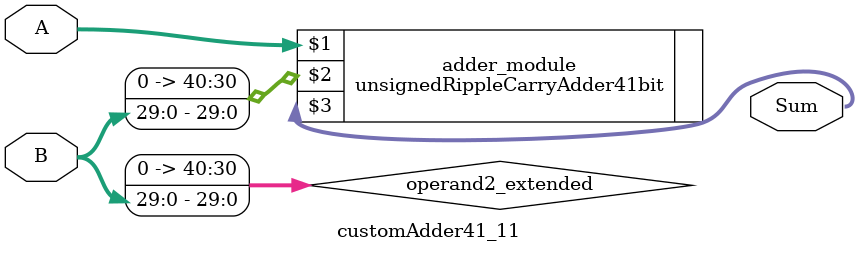
<source format=v>
module customAdder41_11(
                        input [40 : 0] A,
                        input [29 : 0] B,
                        
                        output [41 : 0] Sum
                );

        wire [40 : 0] operand2_extended;
        
        assign operand2_extended =  {11'b0, B};
        
        unsignedRippleCarryAdder41bit adder_module(
            A,
            operand2_extended,
            Sum
        );
        
        endmodule
        
</source>
